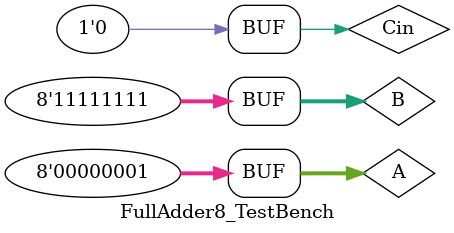
<source format=v>
/*
Title       : FullAdder8_TestBench.v
Author      : Nathaniel Therrien
Description : Testbench for FullAdder8 module and its supporting modules.
*/

module FullAdder8_TestBench();
    // 8-Bit Testbench Variables
    reg [7:0] A, B;
    reg Cin;
    wire [7:0] S;
    wire cout;

    FullAdder8 uut1 (.A(A), .B(B), .Cin(Cin), .S(S), .Cout(Cout));

    initial begin
        // Monitor Format
        $monitor("Time : %t\nA : %b\nB : %b\nSum : %b\nCarry : %b\n", $time, A, B, S, Cout);

        // HERE'S THE BIG ONE
        A = 10; B = 15; Cin = 0;
        #10;
        A = 255; B = 1;
        #10;
        A = 1; B = 255;
        #10;
    end

endmodule

</source>
